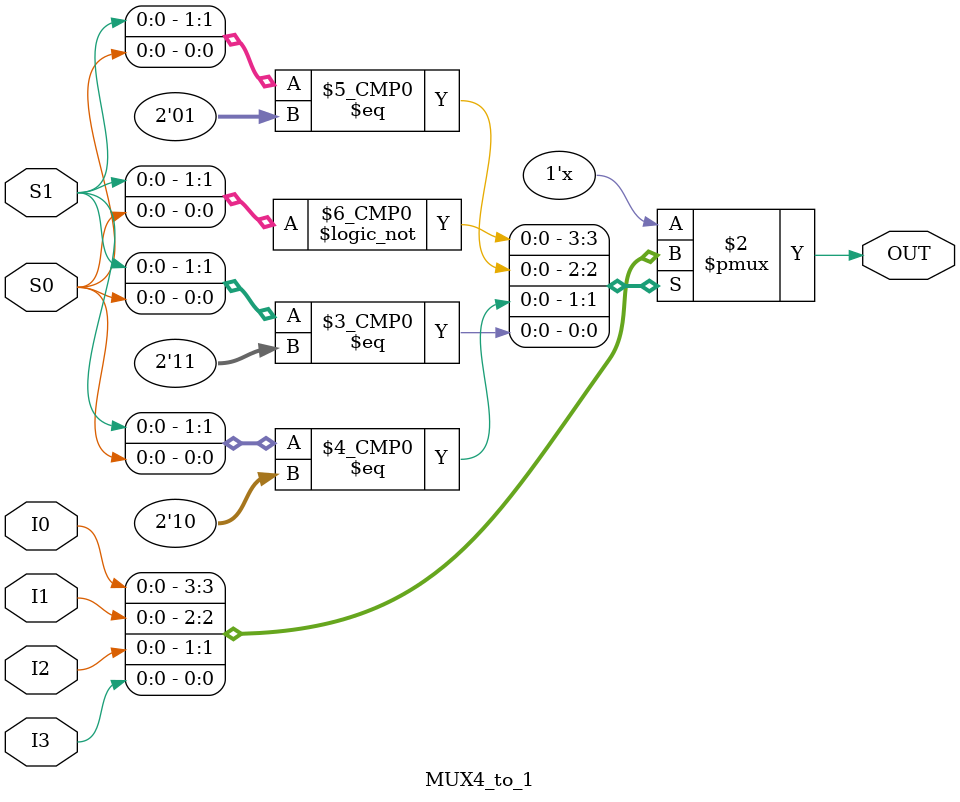
<source format=v>
module MUX4_to_1 (
	output reg OUT,
	input  wire I0, I1, I2, I3,
	input  wire S1, S0
);

 always @ (S1 or S0 or I0 or I1 or I2 or I3)
	case ({S1, S0})
	 2'd0: OUT=I0;
	 2'd1: OUT=I1;
	 2'd2: OUT=I2;
	 2'd3: OUT=I3;
	 default : $display("Invalid control signals");
	endcase

endmodule

</source>
